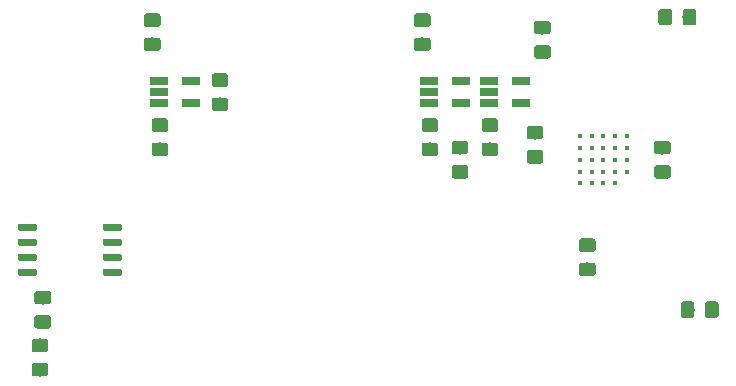
<source format=gbr>
G04 #@! TF.GenerationSoftware,KiCad,Pcbnew,5.1.4-e60b266~84~ubuntu19.04.1*
G04 #@! TF.CreationDate,2019-10-13T16:52:59-07:00*
G04 #@! TF.ProjectId,cartridge,63617274-7269-4646-9765-2e6b69636164,rev?*
G04 #@! TF.SameCoordinates,PX40311b0PY292dfe0*
G04 #@! TF.FileFunction,Paste,Top*
G04 #@! TF.FilePolarity,Positive*
%FSLAX46Y46*%
G04 Gerber Fmt 4.6, Leading zero omitted, Abs format (unit mm)*
G04 Created by KiCad (PCBNEW 5.1.4-e60b266~84~ubuntu19.04.1) date 2019-10-13 16:52:59*
%MOMM*%
%LPD*%
G04 APERTURE LIST*
%ADD10C,0.050000*%
%ADD11C,0.600000*%
%ADD12R,1.560000X0.650000*%
%ADD13C,0.400000*%
%ADD14C,1.150000*%
G04 APERTURE END LIST*
D10*
G36*
X5954703Y-44785722D02*
G01*
X5969264Y-44787882D01*
X5983543Y-44791459D01*
X5997403Y-44796418D01*
X6010710Y-44802712D01*
X6023336Y-44810280D01*
X6035159Y-44819048D01*
X6046066Y-44828934D01*
X6055952Y-44839841D01*
X6064720Y-44851664D01*
X6072288Y-44864290D01*
X6078582Y-44877597D01*
X6083541Y-44891457D01*
X6087118Y-44905736D01*
X6089278Y-44920297D01*
X6090000Y-44935000D01*
X6090000Y-45235000D01*
X6089278Y-45249703D01*
X6087118Y-45264264D01*
X6083541Y-45278543D01*
X6078582Y-45292403D01*
X6072288Y-45305710D01*
X6064720Y-45318336D01*
X6055952Y-45330159D01*
X6046066Y-45341066D01*
X6035159Y-45350952D01*
X6023336Y-45359720D01*
X6010710Y-45367288D01*
X5997403Y-45373582D01*
X5983543Y-45378541D01*
X5969264Y-45382118D01*
X5954703Y-45384278D01*
X5940000Y-45385000D01*
X4640000Y-45385000D01*
X4625297Y-45384278D01*
X4610736Y-45382118D01*
X4596457Y-45378541D01*
X4582597Y-45373582D01*
X4569290Y-45367288D01*
X4556664Y-45359720D01*
X4544841Y-45350952D01*
X4533934Y-45341066D01*
X4524048Y-45330159D01*
X4515280Y-45318336D01*
X4507712Y-45305710D01*
X4501418Y-45292403D01*
X4496459Y-45278543D01*
X4492882Y-45264264D01*
X4490722Y-45249703D01*
X4490000Y-45235000D01*
X4490000Y-44935000D01*
X4490722Y-44920297D01*
X4492882Y-44905736D01*
X4496459Y-44891457D01*
X4501418Y-44877597D01*
X4507712Y-44864290D01*
X4515280Y-44851664D01*
X4524048Y-44839841D01*
X4533934Y-44828934D01*
X4544841Y-44819048D01*
X4556664Y-44810280D01*
X4569290Y-44802712D01*
X4582597Y-44796418D01*
X4596457Y-44791459D01*
X4610736Y-44787882D01*
X4625297Y-44785722D01*
X4640000Y-44785000D01*
X5940000Y-44785000D01*
X5954703Y-44785722D01*
X5954703Y-44785722D01*
G37*
D11*
X5290000Y-45085000D03*
D10*
G36*
X5954703Y-43515722D02*
G01*
X5969264Y-43517882D01*
X5983543Y-43521459D01*
X5997403Y-43526418D01*
X6010710Y-43532712D01*
X6023336Y-43540280D01*
X6035159Y-43549048D01*
X6046066Y-43558934D01*
X6055952Y-43569841D01*
X6064720Y-43581664D01*
X6072288Y-43594290D01*
X6078582Y-43607597D01*
X6083541Y-43621457D01*
X6087118Y-43635736D01*
X6089278Y-43650297D01*
X6090000Y-43665000D01*
X6090000Y-43965000D01*
X6089278Y-43979703D01*
X6087118Y-43994264D01*
X6083541Y-44008543D01*
X6078582Y-44022403D01*
X6072288Y-44035710D01*
X6064720Y-44048336D01*
X6055952Y-44060159D01*
X6046066Y-44071066D01*
X6035159Y-44080952D01*
X6023336Y-44089720D01*
X6010710Y-44097288D01*
X5997403Y-44103582D01*
X5983543Y-44108541D01*
X5969264Y-44112118D01*
X5954703Y-44114278D01*
X5940000Y-44115000D01*
X4640000Y-44115000D01*
X4625297Y-44114278D01*
X4610736Y-44112118D01*
X4596457Y-44108541D01*
X4582597Y-44103582D01*
X4569290Y-44097288D01*
X4556664Y-44089720D01*
X4544841Y-44080952D01*
X4533934Y-44071066D01*
X4524048Y-44060159D01*
X4515280Y-44048336D01*
X4507712Y-44035710D01*
X4501418Y-44022403D01*
X4496459Y-44008543D01*
X4492882Y-43994264D01*
X4490722Y-43979703D01*
X4490000Y-43965000D01*
X4490000Y-43665000D01*
X4490722Y-43650297D01*
X4492882Y-43635736D01*
X4496459Y-43621457D01*
X4501418Y-43607597D01*
X4507712Y-43594290D01*
X4515280Y-43581664D01*
X4524048Y-43569841D01*
X4533934Y-43558934D01*
X4544841Y-43549048D01*
X4556664Y-43540280D01*
X4569290Y-43532712D01*
X4582597Y-43526418D01*
X4596457Y-43521459D01*
X4610736Y-43517882D01*
X4625297Y-43515722D01*
X4640000Y-43515000D01*
X5940000Y-43515000D01*
X5954703Y-43515722D01*
X5954703Y-43515722D01*
G37*
D11*
X5290000Y-43815000D03*
D10*
G36*
X5954703Y-42245722D02*
G01*
X5969264Y-42247882D01*
X5983543Y-42251459D01*
X5997403Y-42256418D01*
X6010710Y-42262712D01*
X6023336Y-42270280D01*
X6035159Y-42279048D01*
X6046066Y-42288934D01*
X6055952Y-42299841D01*
X6064720Y-42311664D01*
X6072288Y-42324290D01*
X6078582Y-42337597D01*
X6083541Y-42351457D01*
X6087118Y-42365736D01*
X6089278Y-42380297D01*
X6090000Y-42395000D01*
X6090000Y-42695000D01*
X6089278Y-42709703D01*
X6087118Y-42724264D01*
X6083541Y-42738543D01*
X6078582Y-42752403D01*
X6072288Y-42765710D01*
X6064720Y-42778336D01*
X6055952Y-42790159D01*
X6046066Y-42801066D01*
X6035159Y-42810952D01*
X6023336Y-42819720D01*
X6010710Y-42827288D01*
X5997403Y-42833582D01*
X5983543Y-42838541D01*
X5969264Y-42842118D01*
X5954703Y-42844278D01*
X5940000Y-42845000D01*
X4640000Y-42845000D01*
X4625297Y-42844278D01*
X4610736Y-42842118D01*
X4596457Y-42838541D01*
X4582597Y-42833582D01*
X4569290Y-42827288D01*
X4556664Y-42819720D01*
X4544841Y-42810952D01*
X4533934Y-42801066D01*
X4524048Y-42790159D01*
X4515280Y-42778336D01*
X4507712Y-42765710D01*
X4501418Y-42752403D01*
X4496459Y-42738543D01*
X4492882Y-42724264D01*
X4490722Y-42709703D01*
X4490000Y-42695000D01*
X4490000Y-42395000D01*
X4490722Y-42380297D01*
X4492882Y-42365736D01*
X4496459Y-42351457D01*
X4501418Y-42337597D01*
X4507712Y-42324290D01*
X4515280Y-42311664D01*
X4524048Y-42299841D01*
X4533934Y-42288934D01*
X4544841Y-42279048D01*
X4556664Y-42270280D01*
X4569290Y-42262712D01*
X4582597Y-42256418D01*
X4596457Y-42251459D01*
X4610736Y-42247882D01*
X4625297Y-42245722D01*
X4640000Y-42245000D01*
X5940000Y-42245000D01*
X5954703Y-42245722D01*
X5954703Y-42245722D01*
G37*
D11*
X5290000Y-42545000D03*
D10*
G36*
X5954703Y-40975722D02*
G01*
X5969264Y-40977882D01*
X5983543Y-40981459D01*
X5997403Y-40986418D01*
X6010710Y-40992712D01*
X6023336Y-41000280D01*
X6035159Y-41009048D01*
X6046066Y-41018934D01*
X6055952Y-41029841D01*
X6064720Y-41041664D01*
X6072288Y-41054290D01*
X6078582Y-41067597D01*
X6083541Y-41081457D01*
X6087118Y-41095736D01*
X6089278Y-41110297D01*
X6090000Y-41125000D01*
X6090000Y-41425000D01*
X6089278Y-41439703D01*
X6087118Y-41454264D01*
X6083541Y-41468543D01*
X6078582Y-41482403D01*
X6072288Y-41495710D01*
X6064720Y-41508336D01*
X6055952Y-41520159D01*
X6046066Y-41531066D01*
X6035159Y-41540952D01*
X6023336Y-41549720D01*
X6010710Y-41557288D01*
X5997403Y-41563582D01*
X5983543Y-41568541D01*
X5969264Y-41572118D01*
X5954703Y-41574278D01*
X5940000Y-41575000D01*
X4640000Y-41575000D01*
X4625297Y-41574278D01*
X4610736Y-41572118D01*
X4596457Y-41568541D01*
X4582597Y-41563582D01*
X4569290Y-41557288D01*
X4556664Y-41549720D01*
X4544841Y-41540952D01*
X4533934Y-41531066D01*
X4524048Y-41520159D01*
X4515280Y-41508336D01*
X4507712Y-41495710D01*
X4501418Y-41482403D01*
X4496459Y-41468543D01*
X4492882Y-41454264D01*
X4490722Y-41439703D01*
X4490000Y-41425000D01*
X4490000Y-41125000D01*
X4490722Y-41110297D01*
X4492882Y-41095736D01*
X4496459Y-41081457D01*
X4501418Y-41067597D01*
X4507712Y-41054290D01*
X4515280Y-41041664D01*
X4524048Y-41029841D01*
X4533934Y-41018934D01*
X4544841Y-41009048D01*
X4556664Y-41000280D01*
X4569290Y-40992712D01*
X4582597Y-40986418D01*
X4596457Y-40981459D01*
X4610736Y-40977882D01*
X4625297Y-40975722D01*
X4640000Y-40975000D01*
X5940000Y-40975000D01*
X5954703Y-40975722D01*
X5954703Y-40975722D01*
G37*
D11*
X5290000Y-41275000D03*
D10*
G36*
X13154703Y-40975722D02*
G01*
X13169264Y-40977882D01*
X13183543Y-40981459D01*
X13197403Y-40986418D01*
X13210710Y-40992712D01*
X13223336Y-41000280D01*
X13235159Y-41009048D01*
X13246066Y-41018934D01*
X13255952Y-41029841D01*
X13264720Y-41041664D01*
X13272288Y-41054290D01*
X13278582Y-41067597D01*
X13283541Y-41081457D01*
X13287118Y-41095736D01*
X13289278Y-41110297D01*
X13290000Y-41125000D01*
X13290000Y-41425000D01*
X13289278Y-41439703D01*
X13287118Y-41454264D01*
X13283541Y-41468543D01*
X13278582Y-41482403D01*
X13272288Y-41495710D01*
X13264720Y-41508336D01*
X13255952Y-41520159D01*
X13246066Y-41531066D01*
X13235159Y-41540952D01*
X13223336Y-41549720D01*
X13210710Y-41557288D01*
X13197403Y-41563582D01*
X13183543Y-41568541D01*
X13169264Y-41572118D01*
X13154703Y-41574278D01*
X13140000Y-41575000D01*
X11840000Y-41575000D01*
X11825297Y-41574278D01*
X11810736Y-41572118D01*
X11796457Y-41568541D01*
X11782597Y-41563582D01*
X11769290Y-41557288D01*
X11756664Y-41549720D01*
X11744841Y-41540952D01*
X11733934Y-41531066D01*
X11724048Y-41520159D01*
X11715280Y-41508336D01*
X11707712Y-41495710D01*
X11701418Y-41482403D01*
X11696459Y-41468543D01*
X11692882Y-41454264D01*
X11690722Y-41439703D01*
X11690000Y-41425000D01*
X11690000Y-41125000D01*
X11690722Y-41110297D01*
X11692882Y-41095736D01*
X11696459Y-41081457D01*
X11701418Y-41067597D01*
X11707712Y-41054290D01*
X11715280Y-41041664D01*
X11724048Y-41029841D01*
X11733934Y-41018934D01*
X11744841Y-41009048D01*
X11756664Y-41000280D01*
X11769290Y-40992712D01*
X11782597Y-40986418D01*
X11796457Y-40981459D01*
X11810736Y-40977882D01*
X11825297Y-40975722D01*
X11840000Y-40975000D01*
X13140000Y-40975000D01*
X13154703Y-40975722D01*
X13154703Y-40975722D01*
G37*
D11*
X12490000Y-41275000D03*
D10*
G36*
X13154703Y-42245722D02*
G01*
X13169264Y-42247882D01*
X13183543Y-42251459D01*
X13197403Y-42256418D01*
X13210710Y-42262712D01*
X13223336Y-42270280D01*
X13235159Y-42279048D01*
X13246066Y-42288934D01*
X13255952Y-42299841D01*
X13264720Y-42311664D01*
X13272288Y-42324290D01*
X13278582Y-42337597D01*
X13283541Y-42351457D01*
X13287118Y-42365736D01*
X13289278Y-42380297D01*
X13290000Y-42395000D01*
X13290000Y-42695000D01*
X13289278Y-42709703D01*
X13287118Y-42724264D01*
X13283541Y-42738543D01*
X13278582Y-42752403D01*
X13272288Y-42765710D01*
X13264720Y-42778336D01*
X13255952Y-42790159D01*
X13246066Y-42801066D01*
X13235159Y-42810952D01*
X13223336Y-42819720D01*
X13210710Y-42827288D01*
X13197403Y-42833582D01*
X13183543Y-42838541D01*
X13169264Y-42842118D01*
X13154703Y-42844278D01*
X13140000Y-42845000D01*
X11840000Y-42845000D01*
X11825297Y-42844278D01*
X11810736Y-42842118D01*
X11796457Y-42838541D01*
X11782597Y-42833582D01*
X11769290Y-42827288D01*
X11756664Y-42819720D01*
X11744841Y-42810952D01*
X11733934Y-42801066D01*
X11724048Y-42790159D01*
X11715280Y-42778336D01*
X11707712Y-42765710D01*
X11701418Y-42752403D01*
X11696459Y-42738543D01*
X11692882Y-42724264D01*
X11690722Y-42709703D01*
X11690000Y-42695000D01*
X11690000Y-42395000D01*
X11690722Y-42380297D01*
X11692882Y-42365736D01*
X11696459Y-42351457D01*
X11701418Y-42337597D01*
X11707712Y-42324290D01*
X11715280Y-42311664D01*
X11724048Y-42299841D01*
X11733934Y-42288934D01*
X11744841Y-42279048D01*
X11756664Y-42270280D01*
X11769290Y-42262712D01*
X11782597Y-42256418D01*
X11796457Y-42251459D01*
X11810736Y-42247882D01*
X11825297Y-42245722D01*
X11840000Y-42245000D01*
X13140000Y-42245000D01*
X13154703Y-42245722D01*
X13154703Y-42245722D01*
G37*
D11*
X12490000Y-42545000D03*
D10*
G36*
X13154703Y-43515722D02*
G01*
X13169264Y-43517882D01*
X13183543Y-43521459D01*
X13197403Y-43526418D01*
X13210710Y-43532712D01*
X13223336Y-43540280D01*
X13235159Y-43549048D01*
X13246066Y-43558934D01*
X13255952Y-43569841D01*
X13264720Y-43581664D01*
X13272288Y-43594290D01*
X13278582Y-43607597D01*
X13283541Y-43621457D01*
X13287118Y-43635736D01*
X13289278Y-43650297D01*
X13290000Y-43665000D01*
X13290000Y-43965000D01*
X13289278Y-43979703D01*
X13287118Y-43994264D01*
X13283541Y-44008543D01*
X13278582Y-44022403D01*
X13272288Y-44035710D01*
X13264720Y-44048336D01*
X13255952Y-44060159D01*
X13246066Y-44071066D01*
X13235159Y-44080952D01*
X13223336Y-44089720D01*
X13210710Y-44097288D01*
X13197403Y-44103582D01*
X13183543Y-44108541D01*
X13169264Y-44112118D01*
X13154703Y-44114278D01*
X13140000Y-44115000D01*
X11840000Y-44115000D01*
X11825297Y-44114278D01*
X11810736Y-44112118D01*
X11796457Y-44108541D01*
X11782597Y-44103582D01*
X11769290Y-44097288D01*
X11756664Y-44089720D01*
X11744841Y-44080952D01*
X11733934Y-44071066D01*
X11724048Y-44060159D01*
X11715280Y-44048336D01*
X11707712Y-44035710D01*
X11701418Y-44022403D01*
X11696459Y-44008543D01*
X11692882Y-43994264D01*
X11690722Y-43979703D01*
X11690000Y-43965000D01*
X11690000Y-43665000D01*
X11690722Y-43650297D01*
X11692882Y-43635736D01*
X11696459Y-43621457D01*
X11701418Y-43607597D01*
X11707712Y-43594290D01*
X11715280Y-43581664D01*
X11724048Y-43569841D01*
X11733934Y-43558934D01*
X11744841Y-43549048D01*
X11756664Y-43540280D01*
X11769290Y-43532712D01*
X11782597Y-43526418D01*
X11796457Y-43521459D01*
X11810736Y-43517882D01*
X11825297Y-43515722D01*
X11840000Y-43515000D01*
X13140000Y-43515000D01*
X13154703Y-43515722D01*
X13154703Y-43515722D01*
G37*
D11*
X12490000Y-43815000D03*
D10*
G36*
X13154703Y-44785722D02*
G01*
X13169264Y-44787882D01*
X13183543Y-44791459D01*
X13197403Y-44796418D01*
X13210710Y-44802712D01*
X13223336Y-44810280D01*
X13235159Y-44819048D01*
X13246066Y-44828934D01*
X13255952Y-44839841D01*
X13264720Y-44851664D01*
X13272288Y-44864290D01*
X13278582Y-44877597D01*
X13283541Y-44891457D01*
X13287118Y-44905736D01*
X13289278Y-44920297D01*
X13290000Y-44935000D01*
X13290000Y-45235000D01*
X13289278Y-45249703D01*
X13287118Y-45264264D01*
X13283541Y-45278543D01*
X13278582Y-45292403D01*
X13272288Y-45305710D01*
X13264720Y-45318336D01*
X13255952Y-45330159D01*
X13246066Y-45341066D01*
X13235159Y-45350952D01*
X13223336Y-45359720D01*
X13210710Y-45367288D01*
X13197403Y-45373582D01*
X13183543Y-45378541D01*
X13169264Y-45382118D01*
X13154703Y-45384278D01*
X13140000Y-45385000D01*
X11840000Y-45385000D01*
X11825297Y-45384278D01*
X11810736Y-45382118D01*
X11796457Y-45378541D01*
X11782597Y-45373582D01*
X11769290Y-45367288D01*
X11756664Y-45359720D01*
X11744841Y-45350952D01*
X11733934Y-45341066D01*
X11724048Y-45330159D01*
X11715280Y-45318336D01*
X11707712Y-45305710D01*
X11701418Y-45292403D01*
X11696459Y-45278543D01*
X11692882Y-45264264D01*
X11690722Y-45249703D01*
X11690000Y-45235000D01*
X11690000Y-44935000D01*
X11690722Y-44920297D01*
X11692882Y-44905736D01*
X11696459Y-44891457D01*
X11701418Y-44877597D01*
X11707712Y-44864290D01*
X11715280Y-44851664D01*
X11724048Y-44839841D01*
X11733934Y-44828934D01*
X11744841Y-44819048D01*
X11756664Y-44810280D01*
X11769290Y-44802712D01*
X11782597Y-44796418D01*
X11796457Y-44791459D01*
X11810736Y-44787882D01*
X11825297Y-44785722D01*
X11840000Y-44785000D01*
X13140000Y-44785000D01*
X13154703Y-44785722D01*
X13154703Y-44785722D01*
G37*
D11*
X12490000Y-45085000D03*
D12*
X47070000Y-28895000D03*
X47070000Y-30795000D03*
X44370000Y-30795000D03*
X44370000Y-29845000D03*
X44370000Y-28895000D03*
X41990000Y-28895000D03*
X41990000Y-30795000D03*
X39290000Y-30795000D03*
X39290000Y-29845000D03*
X39290000Y-28895000D03*
X19130000Y-28895000D03*
X19130000Y-30795000D03*
X16430000Y-30795000D03*
X16430000Y-29845000D03*
X16430000Y-28895000D03*
D13*
X56070000Y-36560000D03*
X56070000Y-35560000D03*
X56070000Y-34560000D03*
X56070000Y-33560000D03*
X55070000Y-37560000D03*
X55070000Y-36560000D03*
X55070000Y-35560000D03*
X55070000Y-34560000D03*
X55070000Y-33560000D03*
X54070000Y-37560000D03*
X54070000Y-36560000D03*
X54070000Y-35560000D03*
X54070000Y-34560000D03*
X54070000Y-33560000D03*
X53070000Y-37560000D03*
X53070000Y-36560000D03*
X53070000Y-35560000D03*
X53070000Y-34560000D03*
X53070000Y-33560000D03*
X52070000Y-37560000D03*
X52070000Y-36560000D03*
X52070000Y-35560000D03*
X52070000Y-34560000D03*
X52070000Y-33560000D03*
D10*
G36*
X59649505Y-22796204D02*
G01*
X59673773Y-22799804D01*
X59697572Y-22805765D01*
X59720671Y-22814030D01*
X59742850Y-22824520D01*
X59763893Y-22837132D01*
X59783599Y-22851747D01*
X59801777Y-22868223D01*
X59818253Y-22886401D01*
X59832868Y-22906107D01*
X59845480Y-22927150D01*
X59855970Y-22949329D01*
X59864235Y-22972428D01*
X59870196Y-22996227D01*
X59873796Y-23020495D01*
X59875000Y-23044999D01*
X59875000Y-23945001D01*
X59873796Y-23969505D01*
X59870196Y-23993773D01*
X59864235Y-24017572D01*
X59855970Y-24040671D01*
X59845480Y-24062850D01*
X59832868Y-24083893D01*
X59818253Y-24103599D01*
X59801777Y-24121777D01*
X59783599Y-24138253D01*
X59763893Y-24152868D01*
X59742850Y-24165480D01*
X59720671Y-24175970D01*
X59697572Y-24184235D01*
X59673773Y-24190196D01*
X59649505Y-24193796D01*
X59625001Y-24195000D01*
X58974999Y-24195000D01*
X58950495Y-24193796D01*
X58926227Y-24190196D01*
X58902428Y-24184235D01*
X58879329Y-24175970D01*
X58857150Y-24165480D01*
X58836107Y-24152868D01*
X58816401Y-24138253D01*
X58798223Y-24121777D01*
X58781747Y-24103599D01*
X58767132Y-24083893D01*
X58754520Y-24062850D01*
X58744030Y-24040671D01*
X58735765Y-24017572D01*
X58729804Y-23993773D01*
X58726204Y-23969505D01*
X58725000Y-23945001D01*
X58725000Y-23044999D01*
X58726204Y-23020495D01*
X58729804Y-22996227D01*
X58735765Y-22972428D01*
X58744030Y-22949329D01*
X58754520Y-22927150D01*
X58767132Y-22906107D01*
X58781747Y-22886401D01*
X58798223Y-22868223D01*
X58816401Y-22851747D01*
X58836107Y-22837132D01*
X58857150Y-22824520D01*
X58879329Y-22814030D01*
X58902428Y-22805765D01*
X58926227Y-22799804D01*
X58950495Y-22796204D01*
X58974999Y-22795000D01*
X59625001Y-22795000D01*
X59649505Y-22796204D01*
X59649505Y-22796204D01*
G37*
D14*
X59300000Y-23495000D03*
D10*
G36*
X61699505Y-22796204D02*
G01*
X61723773Y-22799804D01*
X61747572Y-22805765D01*
X61770671Y-22814030D01*
X61792850Y-22824520D01*
X61813893Y-22837132D01*
X61833599Y-22851747D01*
X61851777Y-22868223D01*
X61868253Y-22886401D01*
X61882868Y-22906107D01*
X61895480Y-22927150D01*
X61905970Y-22949329D01*
X61914235Y-22972428D01*
X61920196Y-22996227D01*
X61923796Y-23020495D01*
X61925000Y-23044999D01*
X61925000Y-23945001D01*
X61923796Y-23969505D01*
X61920196Y-23993773D01*
X61914235Y-24017572D01*
X61905970Y-24040671D01*
X61895480Y-24062850D01*
X61882868Y-24083893D01*
X61868253Y-24103599D01*
X61851777Y-24121777D01*
X61833599Y-24138253D01*
X61813893Y-24152868D01*
X61792850Y-24165480D01*
X61770671Y-24175970D01*
X61747572Y-24184235D01*
X61723773Y-24190196D01*
X61699505Y-24193796D01*
X61675001Y-24195000D01*
X61024999Y-24195000D01*
X61000495Y-24193796D01*
X60976227Y-24190196D01*
X60952428Y-24184235D01*
X60929329Y-24175970D01*
X60907150Y-24165480D01*
X60886107Y-24152868D01*
X60866401Y-24138253D01*
X60848223Y-24121777D01*
X60831747Y-24103599D01*
X60817132Y-24083893D01*
X60804520Y-24062850D01*
X60794030Y-24040671D01*
X60785765Y-24017572D01*
X60779804Y-23993773D01*
X60776204Y-23969505D01*
X60775000Y-23945001D01*
X60775000Y-23044999D01*
X60776204Y-23020495D01*
X60779804Y-22996227D01*
X60785765Y-22972428D01*
X60794030Y-22949329D01*
X60804520Y-22927150D01*
X60817132Y-22906107D01*
X60831747Y-22886401D01*
X60848223Y-22868223D01*
X60866401Y-22851747D01*
X60886107Y-22837132D01*
X60907150Y-22824520D01*
X60929329Y-22814030D01*
X60952428Y-22805765D01*
X60976227Y-22799804D01*
X61000495Y-22796204D01*
X61024999Y-22795000D01*
X61675001Y-22795000D01*
X61699505Y-22796204D01*
X61699505Y-22796204D01*
G37*
D14*
X61350000Y-23495000D03*
D10*
G36*
X39209505Y-25216204D02*
G01*
X39233773Y-25219804D01*
X39257572Y-25225765D01*
X39280671Y-25234030D01*
X39302850Y-25244520D01*
X39323893Y-25257132D01*
X39343599Y-25271747D01*
X39361777Y-25288223D01*
X39378253Y-25306401D01*
X39392868Y-25326107D01*
X39405480Y-25347150D01*
X39415970Y-25369329D01*
X39424235Y-25392428D01*
X39430196Y-25416227D01*
X39433796Y-25440495D01*
X39435000Y-25464999D01*
X39435000Y-26115001D01*
X39433796Y-26139505D01*
X39430196Y-26163773D01*
X39424235Y-26187572D01*
X39415970Y-26210671D01*
X39405480Y-26232850D01*
X39392868Y-26253893D01*
X39378253Y-26273599D01*
X39361777Y-26291777D01*
X39343599Y-26308253D01*
X39323893Y-26322868D01*
X39302850Y-26335480D01*
X39280671Y-26345970D01*
X39257572Y-26354235D01*
X39233773Y-26360196D01*
X39209505Y-26363796D01*
X39185001Y-26365000D01*
X38284999Y-26365000D01*
X38260495Y-26363796D01*
X38236227Y-26360196D01*
X38212428Y-26354235D01*
X38189329Y-26345970D01*
X38167150Y-26335480D01*
X38146107Y-26322868D01*
X38126401Y-26308253D01*
X38108223Y-26291777D01*
X38091747Y-26273599D01*
X38077132Y-26253893D01*
X38064520Y-26232850D01*
X38054030Y-26210671D01*
X38045765Y-26187572D01*
X38039804Y-26163773D01*
X38036204Y-26139505D01*
X38035000Y-26115001D01*
X38035000Y-25464999D01*
X38036204Y-25440495D01*
X38039804Y-25416227D01*
X38045765Y-25392428D01*
X38054030Y-25369329D01*
X38064520Y-25347150D01*
X38077132Y-25326107D01*
X38091747Y-25306401D01*
X38108223Y-25288223D01*
X38126401Y-25271747D01*
X38146107Y-25257132D01*
X38167150Y-25244520D01*
X38189329Y-25234030D01*
X38212428Y-25225765D01*
X38236227Y-25219804D01*
X38260495Y-25216204D01*
X38284999Y-25215000D01*
X39185001Y-25215000D01*
X39209505Y-25216204D01*
X39209505Y-25216204D01*
G37*
D14*
X38735000Y-25790000D03*
D10*
G36*
X39209505Y-23166204D02*
G01*
X39233773Y-23169804D01*
X39257572Y-23175765D01*
X39280671Y-23184030D01*
X39302850Y-23194520D01*
X39323893Y-23207132D01*
X39343599Y-23221747D01*
X39361777Y-23238223D01*
X39378253Y-23256401D01*
X39392868Y-23276107D01*
X39405480Y-23297150D01*
X39415970Y-23319329D01*
X39424235Y-23342428D01*
X39430196Y-23366227D01*
X39433796Y-23390495D01*
X39435000Y-23414999D01*
X39435000Y-24065001D01*
X39433796Y-24089505D01*
X39430196Y-24113773D01*
X39424235Y-24137572D01*
X39415970Y-24160671D01*
X39405480Y-24182850D01*
X39392868Y-24203893D01*
X39378253Y-24223599D01*
X39361777Y-24241777D01*
X39343599Y-24258253D01*
X39323893Y-24272868D01*
X39302850Y-24285480D01*
X39280671Y-24295970D01*
X39257572Y-24304235D01*
X39233773Y-24310196D01*
X39209505Y-24313796D01*
X39185001Y-24315000D01*
X38284999Y-24315000D01*
X38260495Y-24313796D01*
X38236227Y-24310196D01*
X38212428Y-24304235D01*
X38189329Y-24295970D01*
X38167150Y-24285480D01*
X38146107Y-24272868D01*
X38126401Y-24258253D01*
X38108223Y-24241777D01*
X38091747Y-24223599D01*
X38077132Y-24203893D01*
X38064520Y-24182850D01*
X38054030Y-24160671D01*
X38045765Y-24137572D01*
X38039804Y-24113773D01*
X38036204Y-24089505D01*
X38035000Y-24065001D01*
X38035000Y-23414999D01*
X38036204Y-23390495D01*
X38039804Y-23366227D01*
X38045765Y-23342428D01*
X38054030Y-23319329D01*
X38064520Y-23297150D01*
X38077132Y-23276107D01*
X38091747Y-23256401D01*
X38108223Y-23238223D01*
X38126401Y-23221747D01*
X38146107Y-23207132D01*
X38167150Y-23194520D01*
X38189329Y-23184030D01*
X38212428Y-23175765D01*
X38236227Y-23169804D01*
X38260495Y-23166204D01*
X38284999Y-23165000D01*
X39185001Y-23165000D01*
X39209505Y-23166204D01*
X39209505Y-23166204D01*
G37*
D14*
X38735000Y-23740000D03*
D10*
G36*
X16349505Y-25216204D02*
G01*
X16373773Y-25219804D01*
X16397572Y-25225765D01*
X16420671Y-25234030D01*
X16442850Y-25244520D01*
X16463893Y-25257132D01*
X16483599Y-25271747D01*
X16501777Y-25288223D01*
X16518253Y-25306401D01*
X16532868Y-25326107D01*
X16545480Y-25347150D01*
X16555970Y-25369329D01*
X16564235Y-25392428D01*
X16570196Y-25416227D01*
X16573796Y-25440495D01*
X16575000Y-25464999D01*
X16575000Y-26115001D01*
X16573796Y-26139505D01*
X16570196Y-26163773D01*
X16564235Y-26187572D01*
X16555970Y-26210671D01*
X16545480Y-26232850D01*
X16532868Y-26253893D01*
X16518253Y-26273599D01*
X16501777Y-26291777D01*
X16483599Y-26308253D01*
X16463893Y-26322868D01*
X16442850Y-26335480D01*
X16420671Y-26345970D01*
X16397572Y-26354235D01*
X16373773Y-26360196D01*
X16349505Y-26363796D01*
X16325001Y-26365000D01*
X15424999Y-26365000D01*
X15400495Y-26363796D01*
X15376227Y-26360196D01*
X15352428Y-26354235D01*
X15329329Y-26345970D01*
X15307150Y-26335480D01*
X15286107Y-26322868D01*
X15266401Y-26308253D01*
X15248223Y-26291777D01*
X15231747Y-26273599D01*
X15217132Y-26253893D01*
X15204520Y-26232850D01*
X15194030Y-26210671D01*
X15185765Y-26187572D01*
X15179804Y-26163773D01*
X15176204Y-26139505D01*
X15175000Y-26115001D01*
X15175000Y-25464999D01*
X15176204Y-25440495D01*
X15179804Y-25416227D01*
X15185765Y-25392428D01*
X15194030Y-25369329D01*
X15204520Y-25347150D01*
X15217132Y-25326107D01*
X15231747Y-25306401D01*
X15248223Y-25288223D01*
X15266401Y-25271747D01*
X15286107Y-25257132D01*
X15307150Y-25244520D01*
X15329329Y-25234030D01*
X15352428Y-25225765D01*
X15376227Y-25219804D01*
X15400495Y-25216204D01*
X15424999Y-25215000D01*
X16325001Y-25215000D01*
X16349505Y-25216204D01*
X16349505Y-25216204D01*
G37*
D14*
X15875000Y-25790000D03*
D10*
G36*
X16349505Y-23166204D02*
G01*
X16373773Y-23169804D01*
X16397572Y-23175765D01*
X16420671Y-23184030D01*
X16442850Y-23194520D01*
X16463893Y-23207132D01*
X16483599Y-23221747D01*
X16501777Y-23238223D01*
X16518253Y-23256401D01*
X16532868Y-23276107D01*
X16545480Y-23297150D01*
X16555970Y-23319329D01*
X16564235Y-23342428D01*
X16570196Y-23366227D01*
X16573796Y-23390495D01*
X16575000Y-23414999D01*
X16575000Y-24065001D01*
X16573796Y-24089505D01*
X16570196Y-24113773D01*
X16564235Y-24137572D01*
X16555970Y-24160671D01*
X16545480Y-24182850D01*
X16532868Y-24203893D01*
X16518253Y-24223599D01*
X16501777Y-24241777D01*
X16483599Y-24258253D01*
X16463893Y-24272868D01*
X16442850Y-24285480D01*
X16420671Y-24295970D01*
X16397572Y-24304235D01*
X16373773Y-24310196D01*
X16349505Y-24313796D01*
X16325001Y-24315000D01*
X15424999Y-24315000D01*
X15400495Y-24313796D01*
X15376227Y-24310196D01*
X15352428Y-24304235D01*
X15329329Y-24295970D01*
X15307150Y-24285480D01*
X15286107Y-24272868D01*
X15266401Y-24258253D01*
X15248223Y-24241777D01*
X15231747Y-24223599D01*
X15217132Y-24203893D01*
X15204520Y-24182850D01*
X15194030Y-24160671D01*
X15185765Y-24137572D01*
X15179804Y-24113773D01*
X15176204Y-24089505D01*
X15175000Y-24065001D01*
X15175000Y-23414999D01*
X15176204Y-23390495D01*
X15179804Y-23366227D01*
X15185765Y-23342428D01*
X15194030Y-23319329D01*
X15204520Y-23297150D01*
X15217132Y-23276107D01*
X15231747Y-23256401D01*
X15248223Y-23238223D01*
X15266401Y-23221747D01*
X15286107Y-23207132D01*
X15307150Y-23194520D01*
X15329329Y-23184030D01*
X15352428Y-23175765D01*
X15376227Y-23169804D01*
X15400495Y-23166204D01*
X15424999Y-23165000D01*
X16325001Y-23165000D01*
X16349505Y-23166204D01*
X16349505Y-23166204D01*
G37*
D14*
X15875000Y-23740000D03*
D10*
G36*
X49369505Y-23801204D02*
G01*
X49393773Y-23804804D01*
X49417572Y-23810765D01*
X49440671Y-23819030D01*
X49462850Y-23829520D01*
X49483893Y-23842132D01*
X49503599Y-23856747D01*
X49521777Y-23873223D01*
X49538253Y-23891401D01*
X49552868Y-23911107D01*
X49565480Y-23932150D01*
X49575970Y-23954329D01*
X49584235Y-23977428D01*
X49590196Y-24001227D01*
X49593796Y-24025495D01*
X49595000Y-24049999D01*
X49595000Y-24700001D01*
X49593796Y-24724505D01*
X49590196Y-24748773D01*
X49584235Y-24772572D01*
X49575970Y-24795671D01*
X49565480Y-24817850D01*
X49552868Y-24838893D01*
X49538253Y-24858599D01*
X49521777Y-24876777D01*
X49503599Y-24893253D01*
X49483893Y-24907868D01*
X49462850Y-24920480D01*
X49440671Y-24930970D01*
X49417572Y-24939235D01*
X49393773Y-24945196D01*
X49369505Y-24948796D01*
X49345001Y-24950000D01*
X48444999Y-24950000D01*
X48420495Y-24948796D01*
X48396227Y-24945196D01*
X48372428Y-24939235D01*
X48349329Y-24930970D01*
X48327150Y-24920480D01*
X48306107Y-24907868D01*
X48286401Y-24893253D01*
X48268223Y-24876777D01*
X48251747Y-24858599D01*
X48237132Y-24838893D01*
X48224520Y-24817850D01*
X48214030Y-24795671D01*
X48205765Y-24772572D01*
X48199804Y-24748773D01*
X48196204Y-24724505D01*
X48195000Y-24700001D01*
X48195000Y-24049999D01*
X48196204Y-24025495D01*
X48199804Y-24001227D01*
X48205765Y-23977428D01*
X48214030Y-23954329D01*
X48224520Y-23932150D01*
X48237132Y-23911107D01*
X48251747Y-23891401D01*
X48268223Y-23873223D01*
X48286401Y-23856747D01*
X48306107Y-23842132D01*
X48327150Y-23829520D01*
X48349329Y-23819030D01*
X48372428Y-23810765D01*
X48396227Y-23804804D01*
X48420495Y-23801204D01*
X48444999Y-23800000D01*
X49345001Y-23800000D01*
X49369505Y-23801204D01*
X49369505Y-23801204D01*
G37*
D14*
X48895000Y-24375000D03*
D10*
G36*
X49369505Y-25851204D02*
G01*
X49393773Y-25854804D01*
X49417572Y-25860765D01*
X49440671Y-25869030D01*
X49462850Y-25879520D01*
X49483893Y-25892132D01*
X49503599Y-25906747D01*
X49521777Y-25923223D01*
X49538253Y-25941401D01*
X49552868Y-25961107D01*
X49565480Y-25982150D01*
X49575970Y-26004329D01*
X49584235Y-26027428D01*
X49590196Y-26051227D01*
X49593796Y-26075495D01*
X49595000Y-26099999D01*
X49595000Y-26750001D01*
X49593796Y-26774505D01*
X49590196Y-26798773D01*
X49584235Y-26822572D01*
X49575970Y-26845671D01*
X49565480Y-26867850D01*
X49552868Y-26888893D01*
X49538253Y-26908599D01*
X49521777Y-26926777D01*
X49503599Y-26943253D01*
X49483893Y-26957868D01*
X49462850Y-26970480D01*
X49440671Y-26980970D01*
X49417572Y-26989235D01*
X49393773Y-26995196D01*
X49369505Y-26998796D01*
X49345001Y-27000000D01*
X48444999Y-27000000D01*
X48420495Y-26998796D01*
X48396227Y-26995196D01*
X48372428Y-26989235D01*
X48349329Y-26980970D01*
X48327150Y-26970480D01*
X48306107Y-26957868D01*
X48286401Y-26943253D01*
X48268223Y-26926777D01*
X48251747Y-26908599D01*
X48237132Y-26888893D01*
X48224520Y-26867850D01*
X48214030Y-26845671D01*
X48205765Y-26822572D01*
X48199804Y-26798773D01*
X48196204Y-26774505D01*
X48195000Y-26750001D01*
X48195000Y-26099999D01*
X48196204Y-26075495D01*
X48199804Y-26051227D01*
X48205765Y-26027428D01*
X48214030Y-26004329D01*
X48224520Y-25982150D01*
X48237132Y-25961107D01*
X48251747Y-25941401D01*
X48268223Y-25923223D01*
X48286401Y-25906747D01*
X48306107Y-25892132D01*
X48327150Y-25879520D01*
X48349329Y-25869030D01*
X48372428Y-25860765D01*
X48396227Y-25854804D01*
X48420495Y-25851204D01*
X48444999Y-25850000D01*
X49345001Y-25850000D01*
X49369505Y-25851204D01*
X49369505Y-25851204D01*
G37*
D14*
X48895000Y-26425000D03*
D10*
G36*
X42384505Y-36011204D02*
G01*
X42408773Y-36014804D01*
X42432572Y-36020765D01*
X42455671Y-36029030D01*
X42477850Y-36039520D01*
X42498893Y-36052132D01*
X42518599Y-36066747D01*
X42536777Y-36083223D01*
X42553253Y-36101401D01*
X42567868Y-36121107D01*
X42580480Y-36142150D01*
X42590970Y-36164329D01*
X42599235Y-36187428D01*
X42605196Y-36211227D01*
X42608796Y-36235495D01*
X42610000Y-36259999D01*
X42610000Y-36910001D01*
X42608796Y-36934505D01*
X42605196Y-36958773D01*
X42599235Y-36982572D01*
X42590970Y-37005671D01*
X42580480Y-37027850D01*
X42567868Y-37048893D01*
X42553253Y-37068599D01*
X42536777Y-37086777D01*
X42518599Y-37103253D01*
X42498893Y-37117868D01*
X42477850Y-37130480D01*
X42455671Y-37140970D01*
X42432572Y-37149235D01*
X42408773Y-37155196D01*
X42384505Y-37158796D01*
X42360001Y-37160000D01*
X41459999Y-37160000D01*
X41435495Y-37158796D01*
X41411227Y-37155196D01*
X41387428Y-37149235D01*
X41364329Y-37140970D01*
X41342150Y-37130480D01*
X41321107Y-37117868D01*
X41301401Y-37103253D01*
X41283223Y-37086777D01*
X41266747Y-37068599D01*
X41252132Y-37048893D01*
X41239520Y-37027850D01*
X41229030Y-37005671D01*
X41220765Y-36982572D01*
X41214804Y-36958773D01*
X41211204Y-36934505D01*
X41210000Y-36910001D01*
X41210000Y-36259999D01*
X41211204Y-36235495D01*
X41214804Y-36211227D01*
X41220765Y-36187428D01*
X41229030Y-36164329D01*
X41239520Y-36142150D01*
X41252132Y-36121107D01*
X41266747Y-36101401D01*
X41283223Y-36083223D01*
X41301401Y-36066747D01*
X41321107Y-36052132D01*
X41342150Y-36039520D01*
X41364329Y-36029030D01*
X41387428Y-36020765D01*
X41411227Y-36014804D01*
X41435495Y-36011204D01*
X41459999Y-36010000D01*
X42360001Y-36010000D01*
X42384505Y-36011204D01*
X42384505Y-36011204D01*
G37*
D14*
X41910000Y-36585000D03*
D10*
G36*
X42384505Y-33961204D02*
G01*
X42408773Y-33964804D01*
X42432572Y-33970765D01*
X42455671Y-33979030D01*
X42477850Y-33989520D01*
X42498893Y-34002132D01*
X42518599Y-34016747D01*
X42536777Y-34033223D01*
X42553253Y-34051401D01*
X42567868Y-34071107D01*
X42580480Y-34092150D01*
X42590970Y-34114329D01*
X42599235Y-34137428D01*
X42605196Y-34161227D01*
X42608796Y-34185495D01*
X42610000Y-34209999D01*
X42610000Y-34860001D01*
X42608796Y-34884505D01*
X42605196Y-34908773D01*
X42599235Y-34932572D01*
X42590970Y-34955671D01*
X42580480Y-34977850D01*
X42567868Y-34998893D01*
X42553253Y-35018599D01*
X42536777Y-35036777D01*
X42518599Y-35053253D01*
X42498893Y-35067868D01*
X42477850Y-35080480D01*
X42455671Y-35090970D01*
X42432572Y-35099235D01*
X42408773Y-35105196D01*
X42384505Y-35108796D01*
X42360001Y-35110000D01*
X41459999Y-35110000D01*
X41435495Y-35108796D01*
X41411227Y-35105196D01*
X41387428Y-35099235D01*
X41364329Y-35090970D01*
X41342150Y-35080480D01*
X41321107Y-35067868D01*
X41301401Y-35053253D01*
X41283223Y-35036777D01*
X41266747Y-35018599D01*
X41252132Y-34998893D01*
X41239520Y-34977850D01*
X41229030Y-34955671D01*
X41220765Y-34932572D01*
X41214804Y-34908773D01*
X41211204Y-34884505D01*
X41210000Y-34860001D01*
X41210000Y-34209999D01*
X41211204Y-34185495D01*
X41214804Y-34161227D01*
X41220765Y-34137428D01*
X41229030Y-34114329D01*
X41239520Y-34092150D01*
X41252132Y-34071107D01*
X41266747Y-34051401D01*
X41283223Y-34033223D01*
X41301401Y-34016747D01*
X41321107Y-34002132D01*
X41342150Y-33989520D01*
X41364329Y-33979030D01*
X41387428Y-33970765D01*
X41411227Y-33964804D01*
X41435495Y-33961204D01*
X41459999Y-33960000D01*
X42360001Y-33960000D01*
X42384505Y-33961204D01*
X42384505Y-33961204D01*
G37*
D14*
X41910000Y-34535000D03*
D10*
G36*
X48734505Y-34741204D02*
G01*
X48758773Y-34744804D01*
X48782572Y-34750765D01*
X48805671Y-34759030D01*
X48827850Y-34769520D01*
X48848893Y-34782132D01*
X48868599Y-34796747D01*
X48886777Y-34813223D01*
X48903253Y-34831401D01*
X48917868Y-34851107D01*
X48930480Y-34872150D01*
X48940970Y-34894329D01*
X48949235Y-34917428D01*
X48955196Y-34941227D01*
X48958796Y-34965495D01*
X48960000Y-34989999D01*
X48960000Y-35640001D01*
X48958796Y-35664505D01*
X48955196Y-35688773D01*
X48949235Y-35712572D01*
X48940970Y-35735671D01*
X48930480Y-35757850D01*
X48917868Y-35778893D01*
X48903253Y-35798599D01*
X48886777Y-35816777D01*
X48868599Y-35833253D01*
X48848893Y-35847868D01*
X48827850Y-35860480D01*
X48805671Y-35870970D01*
X48782572Y-35879235D01*
X48758773Y-35885196D01*
X48734505Y-35888796D01*
X48710001Y-35890000D01*
X47809999Y-35890000D01*
X47785495Y-35888796D01*
X47761227Y-35885196D01*
X47737428Y-35879235D01*
X47714329Y-35870970D01*
X47692150Y-35860480D01*
X47671107Y-35847868D01*
X47651401Y-35833253D01*
X47633223Y-35816777D01*
X47616747Y-35798599D01*
X47602132Y-35778893D01*
X47589520Y-35757850D01*
X47579030Y-35735671D01*
X47570765Y-35712572D01*
X47564804Y-35688773D01*
X47561204Y-35664505D01*
X47560000Y-35640001D01*
X47560000Y-34989999D01*
X47561204Y-34965495D01*
X47564804Y-34941227D01*
X47570765Y-34917428D01*
X47579030Y-34894329D01*
X47589520Y-34872150D01*
X47602132Y-34851107D01*
X47616747Y-34831401D01*
X47633223Y-34813223D01*
X47651401Y-34796747D01*
X47671107Y-34782132D01*
X47692150Y-34769520D01*
X47714329Y-34759030D01*
X47737428Y-34750765D01*
X47761227Y-34744804D01*
X47785495Y-34741204D01*
X47809999Y-34740000D01*
X48710001Y-34740000D01*
X48734505Y-34741204D01*
X48734505Y-34741204D01*
G37*
D14*
X48260000Y-35315000D03*
D10*
G36*
X48734505Y-32691204D02*
G01*
X48758773Y-32694804D01*
X48782572Y-32700765D01*
X48805671Y-32709030D01*
X48827850Y-32719520D01*
X48848893Y-32732132D01*
X48868599Y-32746747D01*
X48886777Y-32763223D01*
X48903253Y-32781401D01*
X48917868Y-32801107D01*
X48930480Y-32822150D01*
X48940970Y-32844329D01*
X48949235Y-32867428D01*
X48955196Y-32891227D01*
X48958796Y-32915495D01*
X48960000Y-32939999D01*
X48960000Y-33590001D01*
X48958796Y-33614505D01*
X48955196Y-33638773D01*
X48949235Y-33662572D01*
X48940970Y-33685671D01*
X48930480Y-33707850D01*
X48917868Y-33728893D01*
X48903253Y-33748599D01*
X48886777Y-33766777D01*
X48868599Y-33783253D01*
X48848893Y-33797868D01*
X48827850Y-33810480D01*
X48805671Y-33820970D01*
X48782572Y-33829235D01*
X48758773Y-33835196D01*
X48734505Y-33838796D01*
X48710001Y-33840000D01*
X47809999Y-33840000D01*
X47785495Y-33838796D01*
X47761227Y-33835196D01*
X47737428Y-33829235D01*
X47714329Y-33820970D01*
X47692150Y-33810480D01*
X47671107Y-33797868D01*
X47651401Y-33783253D01*
X47633223Y-33766777D01*
X47616747Y-33748599D01*
X47602132Y-33728893D01*
X47589520Y-33707850D01*
X47579030Y-33685671D01*
X47570765Y-33662572D01*
X47564804Y-33638773D01*
X47561204Y-33614505D01*
X47560000Y-33590001D01*
X47560000Y-32939999D01*
X47561204Y-32915495D01*
X47564804Y-32891227D01*
X47570765Y-32867428D01*
X47579030Y-32844329D01*
X47589520Y-32822150D01*
X47602132Y-32801107D01*
X47616747Y-32781401D01*
X47633223Y-32763223D01*
X47651401Y-32746747D01*
X47671107Y-32732132D01*
X47692150Y-32719520D01*
X47714329Y-32709030D01*
X47737428Y-32700765D01*
X47761227Y-32694804D01*
X47785495Y-32691204D01*
X47809999Y-32690000D01*
X48710001Y-32690000D01*
X48734505Y-32691204D01*
X48734505Y-32691204D01*
G37*
D14*
X48260000Y-33265000D03*
D10*
G36*
X22064505Y-30296204D02*
G01*
X22088773Y-30299804D01*
X22112572Y-30305765D01*
X22135671Y-30314030D01*
X22157850Y-30324520D01*
X22178893Y-30337132D01*
X22198599Y-30351747D01*
X22216777Y-30368223D01*
X22233253Y-30386401D01*
X22247868Y-30406107D01*
X22260480Y-30427150D01*
X22270970Y-30449329D01*
X22279235Y-30472428D01*
X22285196Y-30496227D01*
X22288796Y-30520495D01*
X22290000Y-30544999D01*
X22290000Y-31195001D01*
X22288796Y-31219505D01*
X22285196Y-31243773D01*
X22279235Y-31267572D01*
X22270970Y-31290671D01*
X22260480Y-31312850D01*
X22247868Y-31333893D01*
X22233253Y-31353599D01*
X22216777Y-31371777D01*
X22198599Y-31388253D01*
X22178893Y-31402868D01*
X22157850Y-31415480D01*
X22135671Y-31425970D01*
X22112572Y-31434235D01*
X22088773Y-31440196D01*
X22064505Y-31443796D01*
X22040001Y-31445000D01*
X21139999Y-31445000D01*
X21115495Y-31443796D01*
X21091227Y-31440196D01*
X21067428Y-31434235D01*
X21044329Y-31425970D01*
X21022150Y-31415480D01*
X21001107Y-31402868D01*
X20981401Y-31388253D01*
X20963223Y-31371777D01*
X20946747Y-31353599D01*
X20932132Y-31333893D01*
X20919520Y-31312850D01*
X20909030Y-31290671D01*
X20900765Y-31267572D01*
X20894804Y-31243773D01*
X20891204Y-31219505D01*
X20890000Y-31195001D01*
X20890000Y-30544999D01*
X20891204Y-30520495D01*
X20894804Y-30496227D01*
X20900765Y-30472428D01*
X20909030Y-30449329D01*
X20919520Y-30427150D01*
X20932132Y-30406107D01*
X20946747Y-30386401D01*
X20963223Y-30368223D01*
X20981401Y-30351747D01*
X21001107Y-30337132D01*
X21022150Y-30324520D01*
X21044329Y-30314030D01*
X21067428Y-30305765D01*
X21091227Y-30299804D01*
X21115495Y-30296204D01*
X21139999Y-30295000D01*
X22040001Y-30295000D01*
X22064505Y-30296204D01*
X22064505Y-30296204D01*
G37*
D14*
X21590000Y-30870000D03*
D10*
G36*
X22064505Y-28246204D02*
G01*
X22088773Y-28249804D01*
X22112572Y-28255765D01*
X22135671Y-28264030D01*
X22157850Y-28274520D01*
X22178893Y-28287132D01*
X22198599Y-28301747D01*
X22216777Y-28318223D01*
X22233253Y-28336401D01*
X22247868Y-28356107D01*
X22260480Y-28377150D01*
X22270970Y-28399329D01*
X22279235Y-28422428D01*
X22285196Y-28446227D01*
X22288796Y-28470495D01*
X22290000Y-28494999D01*
X22290000Y-29145001D01*
X22288796Y-29169505D01*
X22285196Y-29193773D01*
X22279235Y-29217572D01*
X22270970Y-29240671D01*
X22260480Y-29262850D01*
X22247868Y-29283893D01*
X22233253Y-29303599D01*
X22216777Y-29321777D01*
X22198599Y-29338253D01*
X22178893Y-29352868D01*
X22157850Y-29365480D01*
X22135671Y-29375970D01*
X22112572Y-29384235D01*
X22088773Y-29390196D01*
X22064505Y-29393796D01*
X22040001Y-29395000D01*
X21139999Y-29395000D01*
X21115495Y-29393796D01*
X21091227Y-29390196D01*
X21067428Y-29384235D01*
X21044329Y-29375970D01*
X21022150Y-29365480D01*
X21001107Y-29352868D01*
X20981401Y-29338253D01*
X20963223Y-29321777D01*
X20946747Y-29303599D01*
X20932132Y-29283893D01*
X20919520Y-29262850D01*
X20909030Y-29240671D01*
X20900765Y-29217572D01*
X20894804Y-29193773D01*
X20891204Y-29169505D01*
X20890000Y-29145001D01*
X20890000Y-28494999D01*
X20891204Y-28470495D01*
X20894804Y-28446227D01*
X20900765Y-28422428D01*
X20909030Y-28399329D01*
X20919520Y-28377150D01*
X20932132Y-28356107D01*
X20946747Y-28336401D01*
X20963223Y-28318223D01*
X20981401Y-28301747D01*
X21001107Y-28287132D01*
X21022150Y-28274520D01*
X21044329Y-28264030D01*
X21067428Y-28255765D01*
X21091227Y-28249804D01*
X21115495Y-28246204D01*
X21139999Y-28245000D01*
X22040001Y-28245000D01*
X22064505Y-28246204D01*
X22064505Y-28246204D01*
G37*
D14*
X21590000Y-28820000D03*
D10*
G36*
X44924505Y-34106204D02*
G01*
X44948773Y-34109804D01*
X44972572Y-34115765D01*
X44995671Y-34124030D01*
X45017850Y-34134520D01*
X45038893Y-34147132D01*
X45058599Y-34161747D01*
X45076777Y-34178223D01*
X45093253Y-34196401D01*
X45107868Y-34216107D01*
X45120480Y-34237150D01*
X45130970Y-34259329D01*
X45139235Y-34282428D01*
X45145196Y-34306227D01*
X45148796Y-34330495D01*
X45150000Y-34354999D01*
X45150000Y-35005001D01*
X45148796Y-35029505D01*
X45145196Y-35053773D01*
X45139235Y-35077572D01*
X45130970Y-35100671D01*
X45120480Y-35122850D01*
X45107868Y-35143893D01*
X45093253Y-35163599D01*
X45076777Y-35181777D01*
X45058599Y-35198253D01*
X45038893Y-35212868D01*
X45017850Y-35225480D01*
X44995671Y-35235970D01*
X44972572Y-35244235D01*
X44948773Y-35250196D01*
X44924505Y-35253796D01*
X44900001Y-35255000D01*
X43999999Y-35255000D01*
X43975495Y-35253796D01*
X43951227Y-35250196D01*
X43927428Y-35244235D01*
X43904329Y-35235970D01*
X43882150Y-35225480D01*
X43861107Y-35212868D01*
X43841401Y-35198253D01*
X43823223Y-35181777D01*
X43806747Y-35163599D01*
X43792132Y-35143893D01*
X43779520Y-35122850D01*
X43769030Y-35100671D01*
X43760765Y-35077572D01*
X43754804Y-35053773D01*
X43751204Y-35029505D01*
X43750000Y-35005001D01*
X43750000Y-34354999D01*
X43751204Y-34330495D01*
X43754804Y-34306227D01*
X43760765Y-34282428D01*
X43769030Y-34259329D01*
X43779520Y-34237150D01*
X43792132Y-34216107D01*
X43806747Y-34196401D01*
X43823223Y-34178223D01*
X43841401Y-34161747D01*
X43861107Y-34147132D01*
X43882150Y-34134520D01*
X43904329Y-34124030D01*
X43927428Y-34115765D01*
X43951227Y-34109804D01*
X43975495Y-34106204D01*
X43999999Y-34105000D01*
X44900001Y-34105000D01*
X44924505Y-34106204D01*
X44924505Y-34106204D01*
G37*
D14*
X44450000Y-34680000D03*
D10*
G36*
X44924505Y-32056204D02*
G01*
X44948773Y-32059804D01*
X44972572Y-32065765D01*
X44995671Y-32074030D01*
X45017850Y-32084520D01*
X45038893Y-32097132D01*
X45058599Y-32111747D01*
X45076777Y-32128223D01*
X45093253Y-32146401D01*
X45107868Y-32166107D01*
X45120480Y-32187150D01*
X45130970Y-32209329D01*
X45139235Y-32232428D01*
X45145196Y-32256227D01*
X45148796Y-32280495D01*
X45150000Y-32304999D01*
X45150000Y-32955001D01*
X45148796Y-32979505D01*
X45145196Y-33003773D01*
X45139235Y-33027572D01*
X45130970Y-33050671D01*
X45120480Y-33072850D01*
X45107868Y-33093893D01*
X45093253Y-33113599D01*
X45076777Y-33131777D01*
X45058599Y-33148253D01*
X45038893Y-33162868D01*
X45017850Y-33175480D01*
X44995671Y-33185970D01*
X44972572Y-33194235D01*
X44948773Y-33200196D01*
X44924505Y-33203796D01*
X44900001Y-33205000D01*
X43999999Y-33205000D01*
X43975495Y-33203796D01*
X43951227Y-33200196D01*
X43927428Y-33194235D01*
X43904329Y-33185970D01*
X43882150Y-33175480D01*
X43861107Y-33162868D01*
X43841401Y-33148253D01*
X43823223Y-33131777D01*
X43806747Y-33113599D01*
X43792132Y-33093893D01*
X43779520Y-33072850D01*
X43769030Y-33050671D01*
X43760765Y-33027572D01*
X43754804Y-33003773D01*
X43751204Y-32979505D01*
X43750000Y-32955001D01*
X43750000Y-32304999D01*
X43751204Y-32280495D01*
X43754804Y-32256227D01*
X43760765Y-32232428D01*
X43769030Y-32209329D01*
X43779520Y-32187150D01*
X43792132Y-32166107D01*
X43806747Y-32146401D01*
X43823223Y-32128223D01*
X43841401Y-32111747D01*
X43861107Y-32097132D01*
X43882150Y-32084520D01*
X43904329Y-32074030D01*
X43927428Y-32065765D01*
X43951227Y-32059804D01*
X43975495Y-32056204D01*
X43999999Y-32055000D01*
X44900001Y-32055000D01*
X44924505Y-32056204D01*
X44924505Y-32056204D01*
G37*
D14*
X44450000Y-32630000D03*
D10*
G36*
X39844505Y-34106204D02*
G01*
X39868773Y-34109804D01*
X39892572Y-34115765D01*
X39915671Y-34124030D01*
X39937850Y-34134520D01*
X39958893Y-34147132D01*
X39978599Y-34161747D01*
X39996777Y-34178223D01*
X40013253Y-34196401D01*
X40027868Y-34216107D01*
X40040480Y-34237150D01*
X40050970Y-34259329D01*
X40059235Y-34282428D01*
X40065196Y-34306227D01*
X40068796Y-34330495D01*
X40070000Y-34354999D01*
X40070000Y-35005001D01*
X40068796Y-35029505D01*
X40065196Y-35053773D01*
X40059235Y-35077572D01*
X40050970Y-35100671D01*
X40040480Y-35122850D01*
X40027868Y-35143893D01*
X40013253Y-35163599D01*
X39996777Y-35181777D01*
X39978599Y-35198253D01*
X39958893Y-35212868D01*
X39937850Y-35225480D01*
X39915671Y-35235970D01*
X39892572Y-35244235D01*
X39868773Y-35250196D01*
X39844505Y-35253796D01*
X39820001Y-35255000D01*
X38919999Y-35255000D01*
X38895495Y-35253796D01*
X38871227Y-35250196D01*
X38847428Y-35244235D01*
X38824329Y-35235970D01*
X38802150Y-35225480D01*
X38781107Y-35212868D01*
X38761401Y-35198253D01*
X38743223Y-35181777D01*
X38726747Y-35163599D01*
X38712132Y-35143893D01*
X38699520Y-35122850D01*
X38689030Y-35100671D01*
X38680765Y-35077572D01*
X38674804Y-35053773D01*
X38671204Y-35029505D01*
X38670000Y-35005001D01*
X38670000Y-34354999D01*
X38671204Y-34330495D01*
X38674804Y-34306227D01*
X38680765Y-34282428D01*
X38689030Y-34259329D01*
X38699520Y-34237150D01*
X38712132Y-34216107D01*
X38726747Y-34196401D01*
X38743223Y-34178223D01*
X38761401Y-34161747D01*
X38781107Y-34147132D01*
X38802150Y-34134520D01*
X38824329Y-34124030D01*
X38847428Y-34115765D01*
X38871227Y-34109804D01*
X38895495Y-34106204D01*
X38919999Y-34105000D01*
X39820001Y-34105000D01*
X39844505Y-34106204D01*
X39844505Y-34106204D01*
G37*
D14*
X39370000Y-34680000D03*
D10*
G36*
X39844505Y-32056204D02*
G01*
X39868773Y-32059804D01*
X39892572Y-32065765D01*
X39915671Y-32074030D01*
X39937850Y-32084520D01*
X39958893Y-32097132D01*
X39978599Y-32111747D01*
X39996777Y-32128223D01*
X40013253Y-32146401D01*
X40027868Y-32166107D01*
X40040480Y-32187150D01*
X40050970Y-32209329D01*
X40059235Y-32232428D01*
X40065196Y-32256227D01*
X40068796Y-32280495D01*
X40070000Y-32304999D01*
X40070000Y-32955001D01*
X40068796Y-32979505D01*
X40065196Y-33003773D01*
X40059235Y-33027572D01*
X40050970Y-33050671D01*
X40040480Y-33072850D01*
X40027868Y-33093893D01*
X40013253Y-33113599D01*
X39996777Y-33131777D01*
X39978599Y-33148253D01*
X39958893Y-33162868D01*
X39937850Y-33175480D01*
X39915671Y-33185970D01*
X39892572Y-33194235D01*
X39868773Y-33200196D01*
X39844505Y-33203796D01*
X39820001Y-33205000D01*
X38919999Y-33205000D01*
X38895495Y-33203796D01*
X38871227Y-33200196D01*
X38847428Y-33194235D01*
X38824329Y-33185970D01*
X38802150Y-33175480D01*
X38781107Y-33162868D01*
X38761401Y-33148253D01*
X38743223Y-33131777D01*
X38726747Y-33113599D01*
X38712132Y-33093893D01*
X38699520Y-33072850D01*
X38689030Y-33050671D01*
X38680765Y-33027572D01*
X38674804Y-33003773D01*
X38671204Y-32979505D01*
X38670000Y-32955001D01*
X38670000Y-32304999D01*
X38671204Y-32280495D01*
X38674804Y-32256227D01*
X38680765Y-32232428D01*
X38689030Y-32209329D01*
X38699520Y-32187150D01*
X38712132Y-32166107D01*
X38726747Y-32146401D01*
X38743223Y-32128223D01*
X38761401Y-32111747D01*
X38781107Y-32097132D01*
X38802150Y-32084520D01*
X38824329Y-32074030D01*
X38847428Y-32065765D01*
X38871227Y-32059804D01*
X38895495Y-32056204D01*
X38919999Y-32055000D01*
X39820001Y-32055000D01*
X39844505Y-32056204D01*
X39844505Y-32056204D01*
G37*
D14*
X39370000Y-32630000D03*
D10*
G36*
X16984505Y-34106204D02*
G01*
X17008773Y-34109804D01*
X17032572Y-34115765D01*
X17055671Y-34124030D01*
X17077850Y-34134520D01*
X17098893Y-34147132D01*
X17118599Y-34161747D01*
X17136777Y-34178223D01*
X17153253Y-34196401D01*
X17167868Y-34216107D01*
X17180480Y-34237150D01*
X17190970Y-34259329D01*
X17199235Y-34282428D01*
X17205196Y-34306227D01*
X17208796Y-34330495D01*
X17210000Y-34354999D01*
X17210000Y-35005001D01*
X17208796Y-35029505D01*
X17205196Y-35053773D01*
X17199235Y-35077572D01*
X17190970Y-35100671D01*
X17180480Y-35122850D01*
X17167868Y-35143893D01*
X17153253Y-35163599D01*
X17136777Y-35181777D01*
X17118599Y-35198253D01*
X17098893Y-35212868D01*
X17077850Y-35225480D01*
X17055671Y-35235970D01*
X17032572Y-35244235D01*
X17008773Y-35250196D01*
X16984505Y-35253796D01*
X16960001Y-35255000D01*
X16059999Y-35255000D01*
X16035495Y-35253796D01*
X16011227Y-35250196D01*
X15987428Y-35244235D01*
X15964329Y-35235970D01*
X15942150Y-35225480D01*
X15921107Y-35212868D01*
X15901401Y-35198253D01*
X15883223Y-35181777D01*
X15866747Y-35163599D01*
X15852132Y-35143893D01*
X15839520Y-35122850D01*
X15829030Y-35100671D01*
X15820765Y-35077572D01*
X15814804Y-35053773D01*
X15811204Y-35029505D01*
X15810000Y-35005001D01*
X15810000Y-34354999D01*
X15811204Y-34330495D01*
X15814804Y-34306227D01*
X15820765Y-34282428D01*
X15829030Y-34259329D01*
X15839520Y-34237150D01*
X15852132Y-34216107D01*
X15866747Y-34196401D01*
X15883223Y-34178223D01*
X15901401Y-34161747D01*
X15921107Y-34147132D01*
X15942150Y-34134520D01*
X15964329Y-34124030D01*
X15987428Y-34115765D01*
X16011227Y-34109804D01*
X16035495Y-34106204D01*
X16059999Y-34105000D01*
X16960001Y-34105000D01*
X16984505Y-34106204D01*
X16984505Y-34106204D01*
G37*
D14*
X16510000Y-34680000D03*
D10*
G36*
X16984505Y-32056204D02*
G01*
X17008773Y-32059804D01*
X17032572Y-32065765D01*
X17055671Y-32074030D01*
X17077850Y-32084520D01*
X17098893Y-32097132D01*
X17118599Y-32111747D01*
X17136777Y-32128223D01*
X17153253Y-32146401D01*
X17167868Y-32166107D01*
X17180480Y-32187150D01*
X17190970Y-32209329D01*
X17199235Y-32232428D01*
X17205196Y-32256227D01*
X17208796Y-32280495D01*
X17210000Y-32304999D01*
X17210000Y-32955001D01*
X17208796Y-32979505D01*
X17205196Y-33003773D01*
X17199235Y-33027572D01*
X17190970Y-33050671D01*
X17180480Y-33072850D01*
X17167868Y-33093893D01*
X17153253Y-33113599D01*
X17136777Y-33131777D01*
X17118599Y-33148253D01*
X17098893Y-33162868D01*
X17077850Y-33175480D01*
X17055671Y-33185970D01*
X17032572Y-33194235D01*
X17008773Y-33200196D01*
X16984505Y-33203796D01*
X16960001Y-33205000D01*
X16059999Y-33205000D01*
X16035495Y-33203796D01*
X16011227Y-33200196D01*
X15987428Y-33194235D01*
X15964329Y-33185970D01*
X15942150Y-33175480D01*
X15921107Y-33162868D01*
X15901401Y-33148253D01*
X15883223Y-33131777D01*
X15866747Y-33113599D01*
X15852132Y-33093893D01*
X15839520Y-33072850D01*
X15829030Y-33050671D01*
X15820765Y-33027572D01*
X15814804Y-33003773D01*
X15811204Y-32979505D01*
X15810000Y-32955001D01*
X15810000Y-32304999D01*
X15811204Y-32280495D01*
X15814804Y-32256227D01*
X15820765Y-32232428D01*
X15829030Y-32209329D01*
X15839520Y-32187150D01*
X15852132Y-32166107D01*
X15866747Y-32146401D01*
X15883223Y-32128223D01*
X15901401Y-32111747D01*
X15921107Y-32097132D01*
X15942150Y-32084520D01*
X15964329Y-32074030D01*
X15987428Y-32065765D01*
X16011227Y-32059804D01*
X16035495Y-32056204D01*
X16059999Y-32055000D01*
X16960001Y-32055000D01*
X16984505Y-32056204D01*
X16984505Y-32056204D01*
G37*
D14*
X16510000Y-32630000D03*
D10*
G36*
X63604505Y-47561204D02*
G01*
X63628773Y-47564804D01*
X63652572Y-47570765D01*
X63675671Y-47579030D01*
X63697850Y-47589520D01*
X63718893Y-47602132D01*
X63738599Y-47616747D01*
X63756777Y-47633223D01*
X63773253Y-47651401D01*
X63787868Y-47671107D01*
X63800480Y-47692150D01*
X63810970Y-47714329D01*
X63819235Y-47737428D01*
X63825196Y-47761227D01*
X63828796Y-47785495D01*
X63830000Y-47809999D01*
X63830000Y-48710001D01*
X63828796Y-48734505D01*
X63825196Y-48758773D01*
X63819235Y-48782572D01*
X63810970Y-48805671D01*
X63800480Y-48827850D01*
X63787868Y-48848893D01*
X63773253Y-48868599D01*
X63756777Y-48886777D01*
X63738599Y-48903253D01*
X63718893Y-48917868D01*
X63697850Y-48930480D01*
X63675671Y-48940970D01*
X63652572Y-48949235D01*
X63628773Y-48955196D01*
X63604505Y-48958796D01*
X63580001Y-48960000D01*
X62929999Y-48960000D01*
X62905495Y-48958796D01*
X62881227Y-48955196D01*
X62857428Y-48949235D01*
X62834329Y-48940970D01*
X62812150Y-48930480D01*
X62791107Y-48917868D01*
X62771401Y-48903253D01*
X62753223Y-48886777D01*
X62736747Y-48868599D01*
X62722132Y-48848893D01*
X62709520Y-48827850D01*
X62699030Y-48805671D01*
X62690765Y-48782572D01*
X62684804Y-48758773D01*
X62681204Y-48734505D01*
X62680000Y-48710001D01*
X62680000Y-47809999D01*
X62681204Y-47785495D01*
X62684804Y-47761227D01*
X62690765Y-47737428D01*
X62699030Y-47714329D01*
X62709520Y-47692150D01*
X62722132Y-47671107D01*
X62736747Y-47651401D01*
X62753223Y-47633223D01*
X62771401Y-47616747D01*
X62791107Y-47602132D01*
X62812150Y-47589520D01*
X62834329Y-47579030D01*
X62857428Y-47570765D01*
X62881227Y-47564804D01*
X62905495Y-47561204D01*
X62929999Y-47560000D01*
X63580001Y-47560000D01*
X63604505Y-47561204D01*
X63604505Y-47561204D01*
G37*
D14*
X63255000Y-48260000D03*
D10*
G36*
X61554505Y-47561204D02*
G01*
X61578773Y-47564804D01*
X61602572Y-47570765D01*
X61625671Y-47579030D01*
X61647850Y-47589520D01*
X61668893Y-47602132D01*
X61688599Y-47616747D01*
X61706777Y-47633223D01*
X61723253Y-47651401D01*
X61737868Y-47671107D01*
X61750480Y-47692150D01*
X61760970Y-47714329D01*
X61769235Y-47737428D01*
X61775196Y-47761227D01*
X61778796Y-47785495D01*
X61780000Y-47809999D01*
X61780000Y-48710001D01*
X61778796Y-48734505D01*
X61775196Y-48758773D01*
X61769235Y-48782572D01*
X61760970Y-48805671D01*
X61750480Y-48827850D01*
X61737868Y-48848893D01*
X61723253Y-48868599D01*
X61706777Y-48886777D01*
X61688599Y-48903253D01*
X61668893Y-48917868D01*
X61647850Y-48930480D01*
X61625671Y-48940970D01*
X61602572Y-48949235D01*
X61578773Y-48955196D01*
X61554505Y-48958796D01*
X61530001Y-48960000D01*
X60879999Y-48960000D01*
X60855495Y-48958796D01*
X60831227Y-48955196D01*
X60807428Y-48949235D01*
X60784329Y-48940970D01*
X60762150Y-48930480D01*
X60741107Y-48917868D01*
X60721401Y-48903253D01*
X60703223Y-48886777D01*
X60686747Y-48868599D01*
X60672132Y-48848893D01*
X60659520Y-48827850D01*
X60649030Y-48805671D01*
X60640765Y-48782572D01*
X60634804Y-48758773D01*
X60631204Y-48734505D01*
X60630000Y-48710001D01*
X60630000Y-47809999D01*
X60631204Y-47785495D01*
X60634804Y-47761227D01*
X60640765Y-47737428D01*
X60649030Y-47714329D01*
X60659520Y-47692150D01*
X60672132Y-47671107D01*
X60686747Y-47651401D01*
X60703223Y-47633223D01*
X60721401Y-47616747D01*
X60741107Y-47602132D01*
X60762150Y-47589520D01*
X60784329Y-47579030D01*
X60807428Y-47570765D01*
X60831227Y-47564804D01*
X60855495Y-47561204D01*
X60879999Y-47560000D01*
X61530001Y-47560000D01*
X61554505Y-47561204D01*
X61554505Y-47561204D01*
G37*
D14*
X61205000Y-48260000D03*
D10*
G36*
X7069505Y-48711204D02*
G01*
X7093773Y-48714804D01*
X7117572Y-48720765D01*
X7140671Y-48729030D01*
X7162850Y-48739520D01*
X7183893Y-48752132D01*
X7203599Y-48766747D01*
X7221777Y-48783223D01*
X7238253Y-48801401D01*
X7252868Y-48821107D01*
X7265480Y-48842150D01*
X7275970Y-48864329D01*
X7284235Y-48887428D01*
X7290196Y-48911227D01*
X7293796Y-48935495D01*
X7295000Y-48959999D01*
X7295000Y-49610001D01*
X7293796Y-49634505D01*
X7290196Y-49658773D01*
X7284235Y-49682572D01*
X7275970Y-49705671D01*
X7265480Y-49727850D01*
X7252868Y-49748893D01*
X7238253Y-49768599D01*
X7221777Y-49786777D01*
X7203599Y-49803253D01*
X7183893Y-49817868D01*
X7162850Y-49830480D01*
X7140671Y-49840970D01*
X7117572Y-49849235D01*
X7093773Y-49855196D01*
X7069505Y-49858796D01*
X7045001Y-49860000D01*
X6144999Y-49860000D01*
X6120495Y-49858796D01*
X6096227Y-49855196D01*
X6072428Y-49849235D01*
X6049329Y-49840970D01*
X6027150Y-49830480D01*
X6006107Y-49817868D01*
X5986401Y-49803253D01*
X5968223Y-49786777D01*
X5951747Y-49768599D01*
X5937132Y-49748893D01*
X5924520Y-49727850D01*
X5914030Y-49705671D01*
X5905765Y-49682572D01*
X5899804Y-49658773D01*
X5896204Y-49634505D01*
X5895000Y-49610001D01*
X5895000Y-48959999D01*
X5896204Y-48935495D01*
X5899804Y-48911227D01*
X5905765Y-48887428D01*
X5914030Y-48864329D01*
X5924520Y-48842150D01*
X5937132Y-48821107D01*
X5951747Y-48801401D01*
X5968223Y-48783223D01*
X5986401Y-48766747D01*
X6006107Y-48752132D01*
X6027150Y-48739520D01*
X6049329Y-48729030D01*
X6072428Y-48720765D01*
X6096227Y-48714804D01*
X6120495Y-48711204D01*
X6144999Y-48710000D01*
X7045001Y-48710000D01*
X7069505Y-48711204D01*
X7069505Y-48711204D01*
G37*
D14*
X6595000Y-49285000D03*
D10*
G36*
X7069505Y-46661204D02*
G01*
X7093773Y-46664804D01*
X7117572Y-46670765D01*
X7140671Y-46679030D01*
X7162850Y-46689520D01*
X7183893Y-46702132D01*
X7203599Y-46716747D01*
X7221777Y-46733223D01*
X7238253Y-46751401D01*
X7252868Y-46771107D01*
X7265480Y-46792150D01*
X7275970Y-46814329D01*
X7284235Y-46837428D01*
X7290196Y-46861227D01*
X7293796Y-46885495D01*
X7295000Y-46909999D01*
X7295000Y-47560001D01*
X7293796Y-47584505D01*
X7290196Y-47608773D01*
X7284235Y-47632572D01*
X7275970Y-47655671D01*
X7265480Y-47677850D01*
X7252868Y-47698893D01*
X7238253Y-47718599D01*
X7221777Y-47736777D01*
X7203599Y-47753253D01*
X7183893Y-47767868D01*
X7162850Y-47780480D01*
X7140671Y-47790970D01*
X7117572Y-47799235D01*
X7093773Y-47805196D01*
X7069505Y-47808796D01*
X7045001Y-47810000D01*
X6144999Y-47810000D01*
X6120495Y-47808796D01*
X6096227Y-47805196D01*
X6072428Y-47799235D01*
X6049329Y-47790970D01*
X6027150Y-47780480D01*
X6006107Y-47767868D01*
X5986401Y-47753253D01*
X5968223Y-47736777D01*
X5951747Y-47718599D01*
X5937132Y-47698893D01*
X5924520Y-47677850D01*
X5914030Y-47655671D01*
X5905765Y-47632572D01*
X5899804Y-47608773D01*
X5896204Y-47584505D01*
X5895000Y-47560001D01*
X5895000Y-46909999D01*
X5896204Y-46885495D01*
X5899804Y-46861227D01*
X5905765Y-46837428D01*
X5914030Y-46814329D01*
X5924520Y-46792150D01*
X5937132Y-46771107D01*
X5951747Y-46751401D01*
X5968223Y-46733223D01*
X5986401Y-46716747D01*
X6006107Y-46702132D01*
X6027150Y-46689520D01*
X6049329Y-46679030D01*
X6072428Y-46670765D01*
X6096227Y-46664804D01*
X6120495Y-46661204D01*
X6144999Y-46660000D01*
X7045001Y-46660000D01*
X7069505Y-46661204D01*
X7069505Y-46661204D01*
G37*
D14*
X6595000Y-47235000D03*
D10*
G36*
X6824505Y-52766204D02*
G01*
X6848773Y-52769804D01*
X6872572Y-52775765D01*
X6895671Y-52784030D01*
X6917850Y-52794520D01*
X6938893Y-52807132D01*
X6958599Y-52821747D01*
X6976777Y-52838223D01*
X6993253Y-52856401D01*
X7007868Y-52876107D01*
X7020480Y-52897150D01*
X7030970Y-52919329D01*
X7039235Y-52942428D01*
X7045196Y-52966227D01*
X7048796Y-52990495D01*
X7050000Y-53014999D01*
X7050000Y-53665001D01*
X7048796Y-53689505D01*
X7045196Y-53713773D01*
X7039235Y-53737572D01*
X7030970Y-53760671D01*
X7020480Y-53782850D01*
X7007868Y-53803893D01*
X6993253Y-53823599D01*
X6976777Y-53841777D01*
X6958599Y-53858253D01*
X6938893Y-53872868D01*
X6917850Y-53885480D01*
X6895671Y-53895970D01*
X6872572Y-53904235D01*
X6848773Y-53910196D01*
X6824505Y-53913796D01*
X6800001Y-53915000D01*
X5899999Y-53915000D01*
X5875495Y-53913796D01*
X5851227Y-53910196D01*
X5827428Y-53904235D01*
X5804329Y-53895970D01*
X5782150Y-53885480D01*
X5761107Y-53872868D01*
X5741401Y-53858253D01*
X5723223Y-53841777D01*
X5706747Y-53823599D01*
X5692132Y-53803893D01*
X5679520Y-53782850D01*
X5669030Y-53760671D01*
X5660765Y-53737572D01*
X5654804Y-53713773D01*
X5651204Y-53689505D01*
X5650000Y-53665001D01*
X5650000Y-53014999D01*
X5651204Y-52990495D01*
X5654804Y-52966227D01*
X5660765Y-52942428D01*
X5669030Y-52919329D01*
X5679520Y-52897150D01*
X5692132Y-52876107D01*
X5706747Y-52856401D01*
X5723223Y-52838223D01*
X5741401Y-52821747D01*
X5761107Y-52807132D01*
X5782150Y-52794520D01*
X5804329Y-52784030D01*
X5827428Y-52775765D01*
X5851227Y-52769804D01*
X5875495Y-52766204D01*
X5899999Y-52765000D01*
X6800001Y-52765000D01*
X6824505Y-52766204D01*
X6824505Y-52766204D01*
G37*
D14*
X6350000Y-53340000D03*
D10*
G36*
X6824505Y-50716204D02*
G01*
X6848773Y-50719804D01*
X6872572Y-50725765D01*
X6895671Y-50734030D01*
X6917850Y-50744520D01*
X6938893Y-50757132D01*
X6958599Y-50771747D01*
X6976777Y-50788223D01*
X6993253Y-50806401D01*
X7007868Y-50826107D01*
X7020480Y-50847150D01*
X7030970Y-50869329D01*
X7039235Y-50892428D01*
X7045196Y-50916227D01*
X7048796Y-50940495D01*
X7050000Y-50964999D01*
X7050000Y-51615001D01*
X7048796Y-51639505D01*
X7045196Y-51663773D01*
X7039235Y-51687572D01*
X7030970Y-51710671D01*
X7020480Y-51732850D01*
X7007868Y-51753893D01*
X6993253Y-51773599D01*
X6976777Y-51791777D01*
X6958599Y-51808253D01*
X6938893Y-51822868D01*
X6917850Y-51835480D01*
X6895671Y-51845970D01*
X6872572Y-51854235D01*
X6848773Y-51860196D01*
X6824505Y-51863796D01*
X6800001Y-51865000D01*
X5899999Y-51865000D01*
X5875495Y-51863796D01*
X5851227Y-51860196D01*
X5827428Y-51854235D01*
X5804329Y-51845970D01*
X5782150Y-51835480D01*
X5761107Y-51822868D01*
X5741401Y-51808253D01*
X5723223Y-51791777D01*
X5706747Y-51773599D01*
X5692132Y-51753893D01*
X5679520Y-51732850D01*
X5669030Y-51710671D01*
X5660765Y-51687572D01*
X5654804Y-51663773D01*
X5651204Y-51639505D01*
X5650000Y-51615001D01*
X5650000Y-50964999D01*
X5651204Y-50940495D01*
X5654804Y-50916227D01*
X5660765Y-50892428D01*
X5669030Y-50869329D01*
X5679520Y-50847150D01*
X5692132Y-50826107D01*
X5706747Y-50806401D01*
X5723223Y-50788223D01*
X5741401Y-50771747D01*
X5761107Y-50757132D01*
X5782150Y-50744520D01*
X5804329Y-50734030D01*
X5827428Y-50725765D01*
X5851227Y-50719804D01*
X5875495Y-50716204D01*
X5899999Y-50715000D01*
X6800001Y-50715000D01*
X6824505Y-50716204D01*
X6824505Y-50716204D01*
G37*
D14*
X6350000Y-51290000D03*
D10*
G36*
X53179505Y-44266204D02*
G01*
X53203773Y-44269804D01*
X53227572Y-44275765D01*
X53250671Y-44284030D01*
X53272850Y-44294520D01*
X53293893Y-44307132D01*
X53313599Y-44321747D01*
X53331777Y-44338223D01*
X53348253Y-44356401D01*
X53362868Y-44376107D01*
X53375480Y-44397150D01*
X53385970Y-44419329D01*
X53394235Y-44442428D01*
X53400196Y-44466227D01*
X53403796Y-44490495D01*
X53405000Y-44514999D01*
X53405000Y-45165001D01*
X53403796Y-45189505D01*
X53400196Y-45213773D01*
X53394235Y-45237572D01*
X53385970Y-45260671D01*
X53375480Y-45282850D01*
X53362868Y-45303893D01*
X53348253Y-45323599D01*
X53331777Y-45341777D01*
X53313599Y-45358253D01*
X53293893Y-45372868D01*
X53272850Y-45385480D01*
X53250671Y-45395970D01*
X53227572Y-45404235D01*
X53203773Y-45410196D01*
X53179505Y-45413796D01*
X53155001Y-45415000D01*
X52254999Y-45415000D01*
X52230495Y-45413796D01*
X52206227Y-45410196D01*
X52182428Y-45404235D01*
X52159329Y-45395970D01*
X52137150Y-45385480D01*
X52116107Y-45372868D01*
X52096401Y-45358253D01*
X52078223Y-45341777D01*
X52061747Y-45323599D01*
X52047132Y-45303893D01*
X52034520Y-45282850D01*
X52024030Y-45260671D01*
X52015765Y-45237572D01*
X52009804Y-45213773D01*
X52006204Y-45189505D01*
X52005000Y-45165001D01*
X52005000Y-44514999D01*
X52006204Y-44490495D01*
X52009804Y-44466227D01*
X52015765Y-44442428D01*
X52024030Y-44419329D01*
X52034520Y-44397150D01*
X52047132Y-44376107D01*
X52061747Y-44356401D01*
X52078223Y-44338223D01*
X52096401Y-44321747D01*
X52116107Y-44307132D01*
X52137150Y-44294520D01*
X52159329Y-44284030D01*
X52182428Y-44275765D01*
X52206227Y-44269804D01*
X52230495Y-44266204D01*
X52254999Y-44265000D01*
X53155001Y-44265000D01*
X53179505Y-44266204D01*
X53179505Y-44266204D01*
G37*
D14*
X52705000Y-44840000D03*
D10*
G36*
X53179505Y-42216204D02*
G01*
X53203773Y-42219804D01*
X53227572Y-42225765D01*
X53250671Y-42234030D01*
X53272850Y-42244520D01*
X53293893Y-42257132D01*
X53313599Y-42271747D01*
X53331777Y-42288223D01*
X53348253Y-42306401D01*
X53362868Y-42326107D01*
X53375480Y-42347150D01*
X53385970Y-42369329D01*
X53394235Y-42392428D01*
X53400196Y-42416227D01*
X53403796Y-42440495D01*
X53405000Y-42464999D01*
X53405000Y-43115001D01*
X53403796Y-43139505D01*
X53400196Y-43163773D01*
X53394235Y-43187572D01*
X53385970Y-43210671D01*
X53375480Y-43232850D01*
X53362868Y-43253893D01*
X53348253Y-43273599D01*
X53331777Y-43291777D01*
X53313599Y-43308253D01*
X53293893Y-43322868D01*
X53272850Y-43335480D01*
X53250671Y-43345970D01*
X53227572Y-43354235D01*
X53203773Y-43360196D01*
X53179505Y-43363796D01*
X53155001Y-43365000D01*
X52254999Y-43365000D01*
X52230495Y-43363796D01*
X52206227Y-43360196D01*
X52182428Y-43354235D01*
X52159329Y-43345970D01*
X52137150Y-43335480D01*
X52116107Y-43322868D01*
X52096401Y-43308253D01*
X52078223Y-43291777D01*
X52061747Y-43273599D01*
X52047132Y-43253893D01*
X52034520Y-43232850D01*
X52024030Y-43210671D01*
X52015765Y-43187572D01*
X52009804Y-43163773D01*
X52006204Y-43139505D01*
X52005000Y-43115001D01*
X52005000Y-42464999D01*
X52006204Y-42440495D01*
X52009804Y-42416227D01*
X52015765Y-42392428D01*
X52024030Y-42369329D01*
X52034520Y-42347150D01*
X52047132Y-42326107D01*
X52061747Y-42306401D01*
X52078223Y-42288223D01*
X52096401Y-42271747D01*
X52116107Y-42257132D01*
X52137150Y-42244520D01*
X52159329Y-42234030D01*
X52182428Y-42225765D01*
X52206227Y-42219804D01*
X52230495Y-42216204D01*
X52254999Y-42215000D01*
X53155001Y-42215000D01*
X53179505Y-42216204D01*
X53179505Y-42216204D01*
G37*
D14*
X52705000Y-42790000D03*
D10*
G36*
X59529505Y-36011204D02*
G01*
X59553773Y-36014804D01*
X59577572Y-36020765D01*
X59600671Y-36029030D01*
X59622850Y-36039520D01*
X59643893Y-36052132D01*
X59663599Y-36066747D01*
X59681777Y-36083223D01*
X59698253Y-36101401D01*
X59712868Y-36121107D01*
X59725480Y-36142150D01*
X59735970Y-36164329D01*
X59744235Y-36187428D01*
X59750196Y-36211227D01*
X59753796Y-36235495D01*
X59755000Y-36259999D01*
X59755000Y-36910001D01*
X59753796Y-36934505D01*
X59750196Y-36958773D01*
X59744235Y-36982572D01*
X59735970Y-37005671D01*
X59725480Y-37027850D01*
X59712868Y-37048893D01*
X59698253Y-37068599D01*
X59681777Y-37086777D01*
X59663599Y-37103253D01*
X59643893Y-37117868D01*
X59622850Y-37130480D01*
X59600671Y-37140970D01*
X59577572Y-37149235D01*
X59553773Y-37155196D01*
X59529505Y-37158796D01*
X59505001Y-37160000D01*
X58604999Y-37160000D01*
X58580495Y-37158796D01*
X58556227Y-37155196D01*
X58532428Y-37149235D01*
X58509329Y-37140970D01*
X58487150Y-37130480D01*
X58466107Y-37117868D01*
X58446401Y-37103253D01*
X58428223Y-37086777D01*
X58411747Y-37068599D01*
X58397132Y-37048893D01*
X58384520Y-37027850D01*
X58374030Y-37005671D01*
X58365765Y-36982572D01*
X58359804Y-36958773D01*
X58356204Y-36934505D01*
X58355000Y-36910001D01*
X58355000Y-36259999D01*
X58356204Y-36235495D01*
X58359804Y-36211227D01*
X58365765Y-36187428D01*
X58374030Y-36164329D01*
X58384520Y-36142150D01*
X58397132Y-36121107D01*
X58411747Y-36101401D01*
X58428223Y-36083223D01*
X58446401Y-36066747D01*
X58466107Y-36052132D01*
X58487150Y-36039520D01*
X58509329Y-36029030D01*
X58532428Y-36020765D01*
X58556227Y-36014804D01*
X58580495Y-36011204D01*
X58604999Y-36010000D01*
X59505001Y-36010000D01*
X59529505Y-36011204D01*
X59529505Y-36011204D01*
G37*
D14*
X59055000Y-36585000D03*
D10*
G36*
X59529505Y-33961204D02*
G01*
X59553773Y-33964804D01*
X59577572Y-33970765D01*
X59600671Y-33979030D01*
X59622850Y-33989520D01*
X59643893Y-34002132D01*
X59663599Y-34016747D01*
X59681777Y-34033223D01*
X59698253Y-34051401D01*
X59712868Y-34071107D01*
X59725480Y-34092150D01*
X59735970Y-34114329D01*
X59744235Y-34137428D01*
X59750196Y-34161227D01*
X59753796Y-34185495D01*
X59755000Y-34209999D01*
X59755000Y-34860001D01*
X59753796Y-34884505D01*
X59750196Y-34908773D01*
X59744235Y-34932572D01*
X59735970Y-34955671D01*
X59725480Y-34977850D01*
X59712868Y-34998893D01*
X59698253Y-35018599D01*
X59681777Y-35036777D01*
X59663599Y-35053253D01*
X59643893Y-35067868D01*
X59622850Y-35080480D01*
X59600671Y-35090970D01*
X59577572Y-35099235D01*
X59553773Y-35105196D01*
X59529505Y-35108796D01*
X59505001Y-35110000D01*
X58604999Y-35110000D01*
X58580495Y-35108796D01*
X58556227Y-35105196D01*
X58532428Y-35099235D01*
X58509329Y-35090970D01*
X58487150Y-35080480D01*
X58466107Y-35067868D01*
X58446401Y-35053253D01*
X58428223Y-35036777D01*
X58411747Y-35018599D01*
X58397132Y-34998893D01*
X58384520Y-34977850D01*
X58374030Y-34955671D01*
X58365765Y-34932572D01*
X58359804Y-34908773D01*
X58356204Y-34884505D01*
X58355000Y-34860001D01*
X58355000Y-34209999D01*
X58356204Y-34185495D01*
X58359804Y-34161227D01*
X58365765Y-34137428D01*
X58374030Y-34114329D01*
X58384520Y-34092150D01*
X58397132Y-34071107D01*
X58411747Y-34051401D01*
X58428223Y-34033223D01*
X58446401Y-34016747D01*
X58466107Y-34002132D01*
X58487150Y-33989520D01*
X58509329Y-33979030D01*
X58532428Y-33970765D01*
X58556227Y-33964804D01*
X58580495Y-33961204D01*
X58604999Y-33960000D01*
X59505001Y-33960000D01*
X59529505Y-33961204D01*
X59529505Y-33961204D01*
G37*
D14*
X59055000Y-34535000D03*
M02*

</source>
